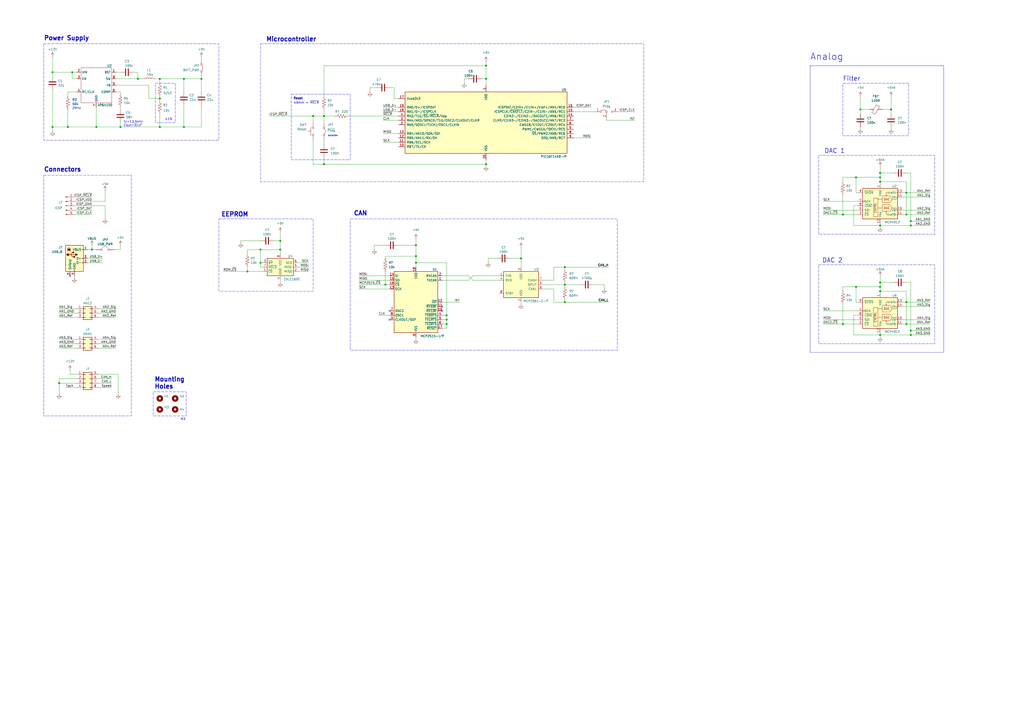
<source format=kicad_sch>
(kicad_sch (version 20250114) (generator "eeschema") (generator_version "9.0")
  (paper "A2")
  (rectangle (start 488.95 48.26) (end 527.05 78.74) (stroke (width 0) (type dash)))
  (rectangle (start 25.4 25.4) (end 127 81.28) (stroke (width 0) (type dash)))
  (rectangle (start 127 127) (end 181.61 168.91) (stroke (width 0) (type dash)))
  (rectangle (start 88.9 227.33) (end 107.95 241.3) (stroke (width 0) (type dash)))
  (rectangle (start 90.17 48.26) (end 101.6 71.12) (stroke (width 0) (type dash)))
  (rectangle (start 168.91 54.61) (end 203.2 92.71) (stroke (width 0) (type dash)))
  (rectangle (start 474.98 153.67) (end 542.29 199.39) (stroke (width 0) (type dash)))
  (rectangle (start 203.2 127) (end 358.14 203.2) (stroke (width 0) (type dash)))
  (rectangle (start 25.4 101.6) (end 76.2 241.3) (stroke (width 0) (type dash)))
  (rectangle (start 474.98 90.17) (end 542.29 135.89) (stroke (width 0) (type dash)))
  (rectangle (start 151.13 25.4) (end 373.38 105.41) (stroke (width 0) (type dash)))
  (rectangle (start 469.9 38.1) (end 547.37 204.47))
  (text "Connectors" (at 25.4 98.425 0) (effects (font (size 2.54 2.54) (thickness 0.508) (bold yes)) (justify left)))
  (text "Power Supply" (at 25.4 22.225 0) (effects (font (size 2.54 2.54) (thickness 0.508) (bold yes)) (justify left)))
  (text "CAN" (at 205.105 123.825 0) (effects (font (size 2.54 2.54) (thickness 0.508) (bold yes)) (justify left)))
  (text "2MHz\n" (at 44.45 62.865 0) (effects (font (size 1.27 1.27))))
  (text "±1%" (at 97.79 69.215 0) (effects (font (size 1.27 1.27))))
  (text "Reset" (at 170.18 57.15 0) (effects (font (size 1.27 1.27) (thickness 0.254) (bold yes)) (justify left)))
  (text "fc=13.5kHz\nCout=31uF" (at 71.755 71.755 0) (effects (font (size 1.27 1.27)) (justify left)))
  (text "Mounting\nHoles" (at 89.535 222.25 0) (effects (font (size 2.54 2.54) (thickness 0.508) (bold yes)) (justify left)))
  (text "Filter\n" (at 494.03 45.72 0) (effects (font (size 2.54 2.54) (thickness 0.254) (bold yes))))
  (text "M3\n" (at 104.775 243.205 0) (effects (font (size 1.27 1.27)) (justify left)))
  (text "EEPROM" (at 128.27 124.46 0) (effects (font (size 2.54 2.54) (thickness 0.508) (bold yes)) (justify left)))
  (text "≤6mm ↔ ~{MCLR}" (at 170.18 59.69 0) (effects (font (size 1.27 1.27)) (justify left)))
  (text "DAC 1" (at 478.155 87.63 0) (effects (font (size 2.54 2.54) (thickness 0.254) (bold yes)) (justify left)))
  (text "Microcontroller" (at 154.305 22.86 0) (effects (font (size 2.54 2.54) (thickness 0.508) (bold yes)) (justify left)))
  (text "Analog" (at 469.9 33.02 0) (effects (font (size 3.81 3.81) (thickness 0.254) (bold yes)) (justify left)))
  (text "Isolation" (at 193.04 78.74 0) (effects (font (size 0.889 0.889))))
  (text "DAC 2" (at 476.885 151.13 0) (effects (font (size 2.54 2.54) (thickness 0.254) (bold yes)) (justify left)))
  (junction (at 510.54 166.37))
  (junction (at 106.68 45.72))
  (junction (at 510.54 168.91))
  (junction (at 162.56 144.78))
  (junction (at 510.54 100.33))
  (junction (at 55.88 73.66))
  (junction (at 39.37 73.66))
  (junction (at 528.32 130.81))
  (junction (at 106.68 73.66))
  (junction (at 259.08 185.42))
  (junction (at 499.11 63.5))
  (junction (at 34.29 222.25))
  (junction (at 496.57 166.37))
  (junction (at 162.56 139.7))
  (junction (at 525.78 111.76))
  (junction (at 488.95 187.96))
  (junction (at 92.71 73.66))
  (junction (at 281.94 38.1))
  (junction (at 116.84 45.72))
  (junction (at 259.08 182.88))
  (junction (at 327.66 165.1))
  (junction (at 281.94 45.72))
  (junction (at 53.34 144.78))
  (junction (at 488.95 124.46))
  (junction (at 510.54 130.81))
  (junction (at 281.94 95.25))
  (junction (at 30.48 41.91))
  (junction (at 241.3 142.24))
  (junction (at 516.89 63.5))
  (junction (at 80.01 45.72))
  (junction (at 187.96 67.31))
  (junction (at 510.54 102.87))
  (junction (at 525.78 124.46))
  (junction (at 510.54 194.31))
  (junction (at 92.71 57.15))
  (junction (at 528.32 191.77))
  (junction (at 525.78 175.26))
  (junction (at 30.48 73.66))
  (junction (at 92.71 45.72))
  (junction (at 241.3 152.4))
  (junction (at 327.66 175.26))
  (junction (at 302.26 149.86))
  (junction (at 327.66 154.94))
  (junction (at 151.13 152.4))
  (junction (at 41.91 41.91))
  (junction (at 510.54 163.83))
  (junction (at 143.51 157.48))
  (junction (at 241.3 148.59))
  (junction (at 496.57 102.87))
  (junction (at 223.52 165.1))
  (junction (at 151.13 144.78))
  (junction (at 528.32 194.31))
  (junction (at 510.54 105.41))
  (junction (at 69.85 73.66))
  (junction (at 525.78 187.96))
  (junction (at 187.96 95.25))
  (junction (at 181.61 67.31))
  (junction (at 259.08 187.96))
  (junction (at 528.32 128.27))
  (no_connect (at 40.64 160.02))
  (no_connect (at 256.54 177.8))
  (no_connect (at 226.06 185.42))
  (no_connect (at 226.06 180.34))
  (no_connect (at 256.54 180.34))
  (wire (pts (xy 256.54 162.56) (xy 271.78 162.56)))
  (wire (pts (xy 187.96 95.25) (xy 187.96 91.44)))
  (wire (pts (xy 241.3 142.24) (xy 241.3 148.59)))
  (wire (pts (xy 44.45 222.25) (xy 34.29 222.25)))
  (wire (pts (xy 57.15 219.71) (xy 64.77 219.71)))
  (wire (pts (xy 106.68 45.72) (xy 116.84 45.72)))
  (wire (pts (xy 495.3 182.88) (xy 497.84 182.88)))
  (wire (pts (xy 259.08 187.96) (xy 259.08 185.42)))
  (wire (pts (xy 495.3 119.38) (xy 497.84 119.38)))
  (wire (pts (xy 187.96 38.1) (xy 281.94 38.1)))
  (wire (pts (xy 256.54 187.96) (xy 259.08 187.96)))
  (wire (pts (xy 44.45 41.91) (xy 41.91 41.91)))
  (wire (pts (xy 332.74 80.01) (xy 342.9 80.01)))
  (wire (pts (xy 53.34 142.24) (xy 53.34 144.78)))
  (wire (pts (xy 510.54 168.91) (xy 510.54 170.18)))
  (wire (pts (xy 241.3 195.58) (xy 241.3 196.85)))
  (wire (pts (xy 60.96 116.84) (xy 60.96 110.49)))
  (wire (pts (xy 67.31 53.34) (xy 69.85 53.34)))
  (wire (pts (xy 80.01 45.72) (xy 82.55 45.72)))
  (wire (pts (xy 523.24 114.3) (xy 539.75 114.3)))
  (wire (pts (xy 50.8 149.86) (xy 59.69 149.86)))
  (wire (pts (xy 152.4 152.4) (xy 151.13 152.4)))
  (wire (pts (xy 288.29 149.86) (xy 283.21 149.86)))
  (wire (pts (xy 496.57 175.26) (xy 496.57 166.37)))
  (wire (pts (xy 321.31 175.26) (xy 321.31 167.64)))
  (wire (pts (xy 525.78 124.46) (xy 539.75 124.46)))
  (wire (pts (xy 488.95 187.96) (xy 497.84 187.96)))
  (wire (pts (xy 528.32 128.27) (xy 539.75 128.27)))
  (wire (pts (xy 143.51 144.78) (xy 151.13 144.78)))
  (wire (pts (xy 92.71 73.66) (xy 106.68 73.66)))
  (wire (pts (xy 187.96 38.1) (xy 187.96 55.88)))
  (wire (pts (xy 351.79 69.85) (xy 368.3 69.85)))
  (wire (pts (xy 523.24 124.46) (xy 525.78 124.46)))
  (wire (pts (xy 44.45 53.34) (xy 39.37 53.34)))
  (wire (pts (xy 477.52 180.34) (xy 497.84 180.34)))
  (wire (pts (xy 510.54 193.04) (xy 510.54 194.31)))
  (wire (pts (xy 516.89 66.04) (xy 516.89 63.5)))
  (wire (pts (xy 259.08 185.42) (xy 259.08 182.88)))
  (wire (pts (xy 510.54 194.31) (xy 510.54 195.58)))
  (wire (pts (xy 525.78 168.91) (xy 510.54 168.91)))
  (wire (pts (xy 69.85 53.34) (xy 69.85 54.61)))
  (wire (pts (xy 66.04 144.78) (xy 69.85 144.78)))
  (wire (pts (xy 223.52 165.1) (xy 223.52 157.48)))
  (wire (pts (xy 34.29 222.25) (xy 34.29 228.6)))
  (wire (pts (xy 44.45 219.71) (xy 34.29 219.71)))
  (wire (pts (xy 344.17 165.1) (xy 350.52 165.1)))
  (wire (pts (xy 495.3 130.81) (xy 510.54 130.81)))
  (wire (pts (xy 34.29 184.15) (xy 44.45 184.15)))
  (wire (pts (xy 528.32 130.81) (xy 510.54 130.81)))
  (wire (pts (xy 208.28 165.1) (xy 223.52 165.1)))
  (wire (pts (xy 528.32 128.27) (xy 528.32 130.81)))
  (wire (pts (xy 497.84 111.76) (xy 496.57 111.76)))
  (wire (pts (xy 30.48 41.91) (xy 30.48 44.45)))
  (wire (pts (xy 208.28 160.02) (xy 226.06 160.02)))
  (wire (pts (xy 525.78 105.41) (xy 525.78 111.76)))
  (wire (pts (xy 496.57 102.87) (xy 510.54 102.87)))
  (wire (pts (xy 57.15 196.85) (xy 67.31 196.85)))
  (wire (pts (xy 496.57 111.76) (xy 496.57 102.87)))
  (wire (pts (xy 525.78 168.91) (xy 525.78 175.26)))
  (wire (pts (xy 222.25 64.77) (xy 231.14 64.77)))
  (wire (pts (xy 219.71 182.88) (xy 226.06 182.88)))
  (wire (pts (xy 327.66 165.1) (xy 327.66 166.37)))
  (wire (pts (xy 477.52 185.42) (xy 497.84 185.42)))
  (wire (pts (xy 321.31 154.94) (xy 321.31 162.56)))
  (wire (pts (xy 39.37 53.34) (xy 39.37 55.88)))
  (wire (pts (xy 499.11 63.5) (xy 504.19 63.5)))
  (wire (pts (xy 92.71 66.04) (xy 92.71 73.66)))
  (wire (pts (xy 57.15 217.17) (xy 68.58 217.17)))
  (wire (pts (xy 143.51 147.32) (xy 143.51 144.78)))
  (wire (pts (xy 332.74 62.23) (xy 342.9 62.23)))
  (wire (pts (xy 281.94 45.72) (xy 279.4 45.72)))
  (wire (pts (xy 281.94 49.53) (xy 281.94 45.72)))
  (wire (pts (xy 241.3 148.59) (xy 241.3 152.4)))
  (wire (pts (xy 525.78 175.26) (xy 539.75 175.26)))
  (wire (pts (xy 156.21 67.31) (xy 181.61 67.31)))
  (wire (pts (xy 525.78 111.76) (xy 539.75 111.76)))
  (wire (pts (xy 510.54 163.83) (xy 510.54 166.37)))
  (wire (pts (xy 68.58 217.17) (xy 68.58 228.6)))
  (wire (pts (xy 495.3 130.81) (xy 495.3 119.38)))
  (wire (pts (xy 39.37 63.5) (xy 39.37 73.66)))
  (wire (pts (xy 43.18 114.3) (xy 53.34 114.3)))
  (wire (pts (xy 217.17 142.24) (xy 217.17 144.78)))
  (wire (pts (xy 92.71 45.72) (xy 92.71 48.26)))
  (wire (pts (xy 510.54 160.02) (xy 510.54 163.83)))
  (wire (pts (xy 528.32 191.77) (xy 528.32 194.31)))
  (wire (pts (xy 60.96 119.38) (xy 60.96 127)))
  (wire (pts (xy 231.14 57.15) (xy 228.6 57.15)))
  (wire (pts (xy 528.32 100.33) (xy 528.32 128.27)))
  (wire (pts (xy 151.13 154.94) (xy 151.13 152.4)))
  (wire (pts (xy 525.78 105.41) (xy 510.54 105.41)))
  (wire (pts (xy 528.32 163.83) (xy 528.32 191.77)))
  (wire (pts (xy 151.13 144.78) (xy 162.56 144.78)))
  (wire (pts (xy 327.66 165.1) (xy 336.55 165.1)))
  (wire (pts (xy 143.51 157.48) (xy 143.51 154.94)))
  (wire (pts (xy 222.25 82.55) (xy 231.14 82.55)))
  (wire (pts (xy 516.89 73.66) (xy 516.89 74.93)))
  (wire (pts (xy 525.78 187.96) (xy 539.75 187.96)))
  (wire (pts (xy 162.56 139.7) (xy 162.56 144.78)))
  (wire (pts (xy 172.72 157.48) (xy 179.07 157.48)))
  (wire (pts (xy 106.68 73.66) (xy 116.84 73.66)))
  (wire (pts (xy 327.66 154.94) (xy 353.06 154.94)))
  (wire (pts (xy 228.6 50.8) (xy 226.06 50.8)))
  (wire (pts (xy 327.66 175.26) (xy 353.06 175.26)))
  (wire (pts (xy 116.84 60.96) (xy 116.84 73.66)))
  (wire (pts (xy 55.88 62.23) (xy 55.88 73.66)))
  (wire (pts (xy 332.74 64.77) (xy 345.44 64.77)))
  (wire (pts (xy 295.91 149.86) (xy 302.26 149.86)))
  (wire (pts (xy 34.29 181.61) (xy 44.45 181.61)))
  (wire (pts (xy 41.91 45.72) (xy 41.91 41.91)))
  (wire (pts (xy 223.52 149.86) (xy 223.52 148.59)))
  (wire (pts (xy 228.6 57.15) (xy 228.6 50.8)))
  (wire (pts (xy 327.66 173.99) (xy 327.66 175.26)))
  (wire (pts (xy 214.63 50.8) (xy 214.63 53.34)))
  (wire (pts (xy 30.48 73.66) (xy 30.48 76.2)))
  (wire (pts (xy 488.95 102.87) (xy 496.57 102.87)))
  (wire (pts (xy 314.96 165.1) (xy 327.66 165.1)))
  (wire (pts (xy 44.45 217.17) (xy 40.64 217.17)))
  (wire (pts (xy 283.21 149.86) (xy 283.21 152.4)))
  (wire (pts (xy 528.32 194.31) (xy 539.75 194.31)))
  (wire (pts (xy 181.61 67.31) (xy 181.61 71.12)))
  (wire (pts (xy 92.71 57.15) (xy 86.36 57.15)))
  (wire (pts (xy 259.08 152.4) (xy 259.08 182.88)))
  (wire (pts (xy 38.1 224.79) (xy 44.45 224.79)))
  (wire (pts (xy 92.71 45.72) (xy 106.68 45.72)))
  (wire (pts (xy 57.15 222.25) (xy 64.77 222.25)))
  (wire (pts (xy 187.96 81.28) (xy 187.96 83.82)))
  (wire (pts (xy 259.08 152.4) (xy 241.3 152.4)))
  (wire (pts (xy 86.36 49.53) (xy 67.31 49.53)))
  (wire (pts (xy 510.54 105.41) (xy 510.54 106.68)))
  (wire (pts (xy 57.15 224.79) (xy 64.77 224.79)))
  (wire (pts (xy 40.64 217.17) (xy 40.64 214.63)))
  (wire (pts (xy 226.06 165.1) (xy 223.52 165.1)))
  (wire (pts (xy 30.48 33.02) (xy 30.48 41.91)))
  (wire (pts (xy 34.29 201.93) (xy 44.45 201.93)))
  (wire (pts (xy 181.61 67.31) (xy 187.96 67.31)))
  (wire (pts (xy 528.32 194.31) (xy 510.54 194.31)))
  (wire (pts (xy 223.52 148.59) (xy 241.3 148.59)))
  (wire (pts (xy 34.29 196.85) (xy 44.45 196.85)))
  (wire (pts (xy 92.71 57.15) (xy 92.71 58.42)))
  (wire (pts (xy 525.78 175.26) (xy 525.78 187.96)))
  (wire (pts (xy 510.54 96.52) (xy 510.54 100.33)))
  (wire (pts (xy 50.8 144.78) (xy 53.34 144.78)))
  (wire (pts (xy 256.54 190.5) (xy 259.08 190.5)))
  (wire (pts (xy 129.54 157.48) (xy 143.51 157.48)))
  (wire (pts (xy 321.31 167.64) (xy 314.96 167.64)))
  (wire (pts (xy 528.32 130.81) (xy 539.75 130.81)))
  (wire (pts (xy 495.3 194.31) (xy 510.54 194.31)))
  (wire (pts (xy 218.44 50.8) (xy 214.63 50.8)))
  (wire (pts (xy 281.94 95.25) (xy 281.94 96.52)))
  (wire (pts (xy 358.14 64.77) (xy 368.3 64.77)))
  (wire (pts (xy 499.11 55.88) (xy 499.11 63.5)))
  (wire (pts (xy 55.88 73.66) (xy 39.37 73.66)))
  (wire (pts (xy 510.54 100.33) (xy 518.16 100.33)))
  (wire (pts (xy 516.89 55.88) (xy 516.89 63.5)))
  (wire (pts (xy 528.32 191.77) (xy 539.75 191.77)))
  (wire (pts (xy 510.54 166.37) (xy 510.54 168.91)))
  (wire (pts (xy 222.25 62.23) (xy 231.14 62.23)))
  (wire (pts (xy 488.95 168.91) (xy 488.95 166.37)))
  (wire (pts (xy 57.15 181.61) (xy 67.31 181.61)))
  (wire (pts (xy 201.93 67.31) (xy 231.14 67.31)))
  (wire (pts (xy 106.68 45.72) (xy 106.68 53.34)))
  (wire (pts (xy 523.24 175.26) (xy 525.78 175.26)))
  (wire (pts (xy 181.61 81.28) (xy 181.61 95.25)))
  (wire (pts (xy 92.71 73.66) (xy 69.85 73.66)))
  (wire (pts (xy 488.95 166.37) (xy 496.57 166.37)))
  (wire (pts (xy 488.95 124.46) (xy 497.84 124.46)))
  (wire (pts (xy 69.85 62.23) (xy 69.85 63.5)))
  (wire (pts (xy 172.72 154.94) (xy 179.07 154.94)))
  (wire (pts (xy 510.54 102.87) (xy 510.54 105.41)))
  (wire (pts (xy 57.15 179.07) (xy 67.31 179.07)))
  (wire (pts (xy 44.45 45.72) (xy 41.91 45.72)))
  (wire (pts (xy 496.57 166.37) (xy 510.54 166.37)))
  (wire (pts (xy 77.47 41.91) (xy 80.01 41.91)))
  (wire (pts (xy 274.32 160.02) (xy 271.78 162.56)))
  (wire (pts (xy 90.17 45.72) (xy 92.71 45.72)))
  (wire (pts (xy 327.66 163.83) (xy 327.66 165.1)))
  (wire (pts (xy 523.24 121.92) (xy 539.75 121.92)))
  (wire (pts (xy 488.95 113.03) (xy 488.95 124.46)))
  (wire (pts (xy 269.24 45.72) (xy 271.78 45.72)))
  (wire (pts (xy 523.24 177.8) (xy 539.75 177.8)))
  (wire (pts (xy 162.56 162.56) (xy 162.56 163.83)))
  (wire (pts (xy 256.54 182.88) (xy 259.08 182.88)))
  (wire (pts (xy 162.56 144.78) (xy 162.56 147.32)))
  (wire (pts (xy 151.13 144.78) (xy 151.13 152.4)))
  (wire (pts (xy 57.15 201.93) (xy 67.31 201.93)))
  (wire (pts (xy 510.54 130.81) (xy 510.54 132.08)))
  (wire (pts (xy 57.15 199.39) (xy 67.31 199.39)))
  (wire (pts (xy 34.29 179.07) (xy 44.45 179.07)))
  (wire (pts (xy 92.71 55.88) (xy 92.71 57.15)))
  (wire (pts (xy 281.94 92.71) (xy 281.94 95.25)))
  (wire (pts (xy 116.84 45.72) (xy 116.84 53.34)))
  (wire (pts (xy 477.52 187.96) (xy 488.95 187.96)))
  (wire (pts (xy 67.31 45.72) (xy 80.01 45.72)))
  (wire (pts (xy 495.3 194.31) (xy 495.3 182.88)))
  (wire (pts (xy 34.29 219.71) (xy 34.29 222.25)))
  (wire (pts (xy 80.01 41.91) (xy 80.01 45.72)))
  (wire (pts (xy 208.28 167.64) (xy 226.06 167.64)))
  (wire (pts (xy 69.85 73.66) (xy 55.88 73.66)))
  (wire (pts (xy 158.75 139.7) (xy 162.56 139.7)))
  (wire (pts (xy 67.31 41.91) (xy 69.85 41.91)))
  (wire (pts (xy 162.56 134.62) (xy 162.56 139.7)))
  (wire (pts (xy 187.96 95.25) (xy 281.94 95.25)))
  (wire (pts (xy 69.85 71.12) (xy 69.85 73.66)))
  (wire (pts (xy 525.78 100.33) (xy 528.32 100.33)))
  (wire (pts (xy 223.52 142.24) (xy 217.17 142.24)))
  (wire (pts (xy 327.66 154.94) (xy 321.31 154.94)))
  (wire (pts (xy 327.66 175.26) (xy 321.31 175.26)))
  (wire (pts (xy 241.3 138.43) (xy 241.3 142.24)))
  (wire (pts (xy 510.54 100.33) (xy 510.54 102.87)))
  (wire (pts (xy 43.18 116.84) (xy 60.96 116.84)))
  (wire (pts (xy 187.96 67.31) (xy 194.31 67.31)))
  (wire (pts (xy 523.24 111.76) (xy 525.78 111.76)))
  (wire (pts (xy 50.8 152.4) (xy 59.69 152.4)))
  (wire (pts (xy 57.15 184.15) (xy 67.31 184.15)))
  (wire (pts (xy 30.48 52.07) (xy 30.48 73.66)))
  (wire (pts (xy 43.18 119.38) (xy 60.96 119.38)))
  (wire (pts (xy 187.96 67.31) (xy 187.96 71.12)))
  (wire (pts (xy 499.11 73.66) (xy 499.11 74.93)))
  (wire (pts (xy 241.3 152.4) (xy 241.3 154.94)))
  (wire (pts (xy 222.25 77.47) (xy 231.14 77.47)))
  (wire (pts (xy 181.61 95.25) (xy 187.96 95.25)))
  (wire (pts (xy 172.72 152.4) (xy 179.07 152.4)))
  (wire (pts (xy 321.31 162.56) (xy 314.96 162.56)))
  (wire (pts (xy 106.68 60.96) (xy 106.68 73.66)))
  (wire (pts (xy 116.84 44.45) (xy 116.84 45.72)))
  (wire (pts (xy 41.91 41.91) (xy 30.48 41.91)))
  (wire (pts (xy 43.18 124.46) (xy 53.34 124.46)))
  (wire (pts (xy 523.24 185.42) (xy 539.75 185.42)))
  (wire (pts (xy 43.18 160.02) (xy 43.18 161.29)))
  (wire (pts (xy 152.4 154.94) (xy 151.13 154.94)))
  (wire (pts (xy 231.14 142.24) (xy 241.3 142.24)))
  (wire (pts (xy 516.89 63.5) (xy 511.81 63.5)))
  (wire (pts (xy 256.54 160.02) (xy 271.78 160.02)))
  (wire (pts (xy 488.95 105.41) (xy 488.95 102.87)))
  (wire (pts (xy 488.95 176.53) (xy 488.95 187.96)))
  (wire (pts (xy 269.24 48.26) (xy 269.24 45.72)))
  (wire (pts (xy 327.66 156.21) (xy 327.66 154.94)))
  (wire (pts (xy 499.11 63.5) (xy 499.11 66.04)))
  (wire (pts (xy 302.26 175.26) (xy 302.26 176.53)))
  (wire (pts (xy 523.24 187.96) (xy 525.78 187.96)))
  (wire (pts (xy 34.29 199.39) (xy 44.45 199.39)))
  (wire (pts (xy 350.52 165.1) (xy 350.52 167.64)))
  (wire (pts (xy 477.52 124.46) (xy 488.95 124.46)))
  (wire (pts (xy 139.7 139.7) (xy 139.7 140.97)))
  (wire (pts (xy 86.36 57.15) (xy 86.36 49.53)))
  (wire (pts (xy 139.7 139.7) (xy 151.13 139.7)))
  (wire (pts (xy 497.84 175.26) (xy 496.57 175.26)))
  (wire (pts (xy 351.79 68.58) (xy 351.79 69.85)))
  (wire (pts (xy 281.94 38.1) (xy 281.94 45.72)))
  (wire (pts (xy 302.26 143.51) (xy 302.26 149.86)))
  (wire (pts (xy 152.4 157.48) (xy 143.51 157.48)))
  (wire (pts (xy 259.08 190.5) (xy 259.08 187.96)))
  (wire (pts (xy 39.37 73.66) (xy 30.48 73.66)))
  (wire (pts (xy 525.78 163.83) (xy 528.32 163.83)))
  (wire (pts (xy 510.54 163.83) (xy 518.16 163.83)))
  (wire (pts (xy 53.34 144.78) (xy 55.88 144.78)))
  (wire (pts (xy 116.84 33.02) (xy 116.84 34.29)))
  (wire (pts (xy 477.52 121.92) (xy 497.84 121.92)))
  (wire (pts (xy 281.94 35.56) (xy 281.94 38.1)))
  (wire (pts (xy 256.54 175.26) (xy 266.7 175.26)))
  (wire (pts (xy 256.54 185.42) (xy 259.08 185.42)))
  (wire (pts (xy 510.54 129.54) (xy 510.54 130.81)))
  (wire (pts (xy 274.32 162.56) (xy 289.56 162.56)))
  (wire (pts (xy 477.52 116.84) (xy 497.84 116.84)))
  (wire (pts (xy 208.28 162.56) (xy 226.06 162.56)))
  (wire (pts (xy 274.32 160.02) (xy 289.56 160.02)))
  (wire (pts (xy 69.85 144.78) (xy 69.85 142.24)))
  (wire (pts (xy 271.78 160.02) (xy 274.32 162.56)))
  (wire (pts (xy 222.25 69.85) (xy 231.14 69.85)))
  (wire (pts (xy 525.78 111.76) (xy 525.78 124.46)))
  (wire (pts (xy 187.96 63.5) (xy 187.96 67.31)))
  (wire (pts (xy 43.18 121.92) (xy 53.34 121.92)))
  (wire (pts (xy 302.26 149.86) (xy 302.26 154.94)))
  (label "DAC1_~{CS}" (at 477.52 124.46 0))
  (label "CAN_H" (at 353.06 154.94 180) (effects (font (thickness 0.254) (bold yes))))
  (label "AN4_GND" (at 67.31 199.39 180) (effects (font (thickness 0.1588))))
  (label "SCK" (at 179.07 152.4 180) (effects (font (thickness 0.1588))))
  (label "Speed" (at 64.77 224.79 180) (effects (font (thickness 0.1588))))
  (label "CLK" (at 222.25 69.85 0))
  (label "MOSI" (at 342.9 80.01 180) (effects (font (thickness 0.1588))))
  (label "AN4_Ref" (at 539.75 187.96 180))
  (label "ICSP_DAT" (at 342.9 62.23 180))
  (label "CAN_L" (at 64.77 222.25 180))
  (label "AN3_Ref" (at 539.75 175.26 180))
  (label "ROM_~{CS}" (at 129.54 157.48 0) (effects (font (thickness 0.1588))))
  (label "AN2_GND" (at 539.75 130.81 180) (effects (font (thickness 0.1588))))
  (label "MOSI" (at 208.28 160.02 0) (effects (font (thickness 0.1588))))
  (label "AN3_Sig" (at 34.29 196.85 0) (effects (font (thickness 0.1588))))
  (label "AN2_Ref" (at 67.31 184.15 180) (effects (font (thickness 0.1588))))
  (label "AN3_GND" (at 539.75 194.31 180) (effects (font (thickness 0.1588))))
  (label "AN1_Sig" (at 539.75 114.3 180))
  (label "AN2_GND" (at 67.31 181.61 180) (effects (font (thickness 0.1588))))
  (label "INT" (at 368.3 69.85 180))
  (label "CLK" (at 219.71 182.88 0))
  (label "MISO" (at 179.07 157.48 180) (effects (font (thickness 0.1588))))
  (label "INT" (at 266.7 175.26 180) (effects (font (thickness 0.1588))))
  (label "MOSI" (at 179.07 154.94 180) (effects (font (thickness 0.1588))))
  (label "ICSP_CLK" (at 53.34 124.46 180))
  (label "AN2_Sig" (at 67.31 179.07 180) (effects (font (thickness 0.1588))))
  (label "SCK" (at 222.25 82.55 0) (effects (font (thickness 0.1588))))
  (label "Tach" (at 38.1 224.79 0) (effects (font (thickness 0.1588))))
  (label "MCP2515_~{CS}" (at 208.28 165.1 0) (effects (font (thickness 0.1588))))
  (label "AN1_Ref" (at 34.29 184.15 0) (effects (font (thickness 0.1588))))
  (label "ICSP_CLK" (at 368.3 64.77 180))
  (label "USB_D+" (at 222.25 62.23 0))
  (label "SCK" (at 477.52 180.34 0) (effects (font (thickness 0.1588))))
  (label "AN1_Ref" (at 539.75 111.76 180))
  (label "AN4_Ref" (at 67.31 201.93 180) (effects (font (thickness 0.1588))))
  (label "AN1_Sig" (at 34.29 179.07 0) (effects (font (thickness 0.1588))))
  (label "AN1_GND" (at 34.29 181.61 0) (effects (font (thickness 0.1588))))
  (label "USB_D-" (at 222.25 64.77 0))
  (label "AN4_Sig" (at 67.31 196.85 180) (effects (font (thickness 0.1588))))
  (label "MOSI" (at 477.52 121.92 0))
  (label "AN4_Sig" (at 539.75 185.42 180))
  (label "MISO" (at 208.28 162.56 0) (effects (font (thickness 0.1588))))
  (label "~{MCLR}" (at 222.25 67.31 0))
  (label "AN2_Ref" (at 539.75 124.46 180))
  (label "AN3_GND" (at 539.75 191.77 180) (effects (font (thickness 0.1588))))
  (label "AN3_Sig" (at 539.75 177.8 180))
  (label "USB_D-" (at 59.69 152.4 180))
  (label "ICSP_VDD" (at 53.34 116.84 180))
  (label "AN2_Sig" (at 539.75 121.92 180))
  (label "USB_D+" (at 59.69 149.86 180))
  (label "SCK" (at 208.28 167.64 0) (effects (font (thickness 0.1588))))
  (label "ICSP_GND" (at 53.34 119.38 180))
  (label "ICSP_DAT" (at 53.34 121.92 180))
  (label "ICSP_~{MCLR}" (at 53.34 114.3 180))
  (label "MISO" (at 222.25 77.47 0) (effects (font (thickness 0.1588))))
  (label "AN3_GND" (at 34.29 199.39 0) (effects (font (thickness 0.1588))))
  (label "ICSP_~{MCLR}" (at 156.21 67.31 0))
  (label "MOSI" (at 477.52 185.42 0))
  (label "AN1_GND" (at 539.75 128.27 180) (effects (font (thickness 0.1588))))
  (label "CAN_L" (at 353.06 175.26 180) (effects (font (thickness 0.254) (bold yes))))
  (label "SCK" (at 477.52 116.84 0) (effects (font (thickness 0.1588))))
  (label "DAC2_~{CS}" (at 477.52 187.96 0))
  (label "CAN_H" (at 64.77 219.71 180) (effects (font (thickness 0.1588))))
  (label "AN3_Ref" (at 34.29 201.93 0) (effects (font (thickness 0.1588))))
  (symbol (lib_id "power:GND") (at 241.3 196.85 0) (unit 1)
    (property "Reference" "#PWR028" (effects (hide yes)))
    (property "Value" "GND" (effects (hide yes)))
    (property "Description" "Power symbol creates a global label with name \"GND\" , ground" (effects (hide yes)))
  )
  (symbol (lib_id "Connector:USB_B") (at 43.18 149.86 0) (unit 1)
    (property "Reference" "J?" (at 36.195 143.51 0) (effects (justify right)))
    (property "Value" "USB_B" (at 36.195 146.05 0) (effects (justify right)))
    (property "Description" "USB Type B connector" (effects (hide yes)))
  )
  (symbol (lib_id "Device:C") (at 340.36 165.1 90) (unit 1)
    (property "Reference" "C?" (at 340.36 158.75 90))
    (property "Value" "4700p" (at 340.36 161.29 90))
    (property "Description" "Unpolarized capacitor" (effects (hide yes)))
  )
  (symbol (lib_id "Jumper:Jumper_2_Bridged") (at 116.84 39.37 270) (mirror x) (unit 1)
    (property "Reference" "JP?" (at 115.57 38.0999 90) (effects (justify right)))
    (property "Value" "BATT_PWR" (at 115.57 40.6399 90) (effects (justify right)))
    (property "Description" "Jumper, 2-pole, closed/bridged" (effects (hide yes)))
  )
  (symbol (lib_id "power:+12V") (at 40.64 214.63 0) (unit 1)
    (property "Reference" "#PWR029" (effects (hide yes)))
    (property "Value" "+12V" (at 40.64 209.55 0))
    (property "Description" "Power symbol creates a global label with name \"+12V\"" (effects (hide yes)))
  )
  (symbol (lib_id "power:GND") (at 68.58 228.6 0) (unit 1)
    (property "Reference" "#PWR033" (effects (hide yes)))
    (property "Value" "GND" (effects (hide yes)))
    (property "Description" "Power symbol creates a global label with name \"GND\" , ground" (effects (hide yes)))
  )
  (symbol (lib_id "Connector_Generic:Conn_02x03_Top_Bottom") (at 49.53 199.39 0) (unit 1)
    (property "Reference" "J?" (at 50.8 191.135 0))
    (property "Value" "AN34" (at 50.8 193.675 0))
    (property "Footprint" "Connector_Molex:Molex_Mini-Fit_Jr_5569-06A2_2x03_P4.20mm_Horizontal" (effects (hide yes)))
    (property "Datasheet" "https://www.molex.com/en-us/products/part-detail/39301060?display=pdf" (effects (hide yes)))
    (property "Description" "Generic connector, double row, 02x03, top/bottom pin numbering scheme (row 1: 1...pins_per_row, row2: pins_per_row+1 ... num_pins), script generated (kicad-library-utils/schlib/autogen/connector/)" (effects (hide yes)))
  )
  (symbol (lib_id "Device:C") (at 154.94 139.7 90) (unit 1)
    (property "Reference" "C?" (at 154.94 133.35 90))
    (property "Value" "100n" (at 154.94 135.89 90))
    (property "Description" "Unpolarized capacitor" (effects (hide yes)))
  )
  (symbol (lib_id "Jumper:Jumper_2_Bridged") (at 187.96 76.2 270) (mirror x) (unit 1)
    (property "Reference" "JP?" (at 189.865 72.39 90) (effects (justify left)))
    (property "Value" "~{Prog}" (at 189.865 75.565 90) (effects (justify left)))
    (property "Description" "Jumper, 2-pole, closed/bridged" (effects (hide yes)))
  )
  (symbol (lib_id "Device:C") (at 292.1 149.86 90) (unit 1)
    (property "Reference" "C?" (at 292.1 143.51 90))
    (property "Value" "100n" (at 292.1 146.05 90))
    (property "Description" "Unpolarized capacitor" (effects (hide yes)))
  )
  (symbol (lib_id "Device:C") (at 106.68 57.15 180) (unit 1)
    (property "Reference" "C2" (at 111.125 55.245 0))
    (property "Value" "22u" (at 111.76 57.785 0))
    (property "Description" "Unpolarized capacitor" (effects (hide yes)))
  )
  (symbol (lib_id "Device:C") (at 30.48 48.26 0) (unit 1)
    (property "Reference" "C1" (at 34.925 46.99 0))
    (property "Value" "22u" (at 35.56 49.53 0))
    (property "Description" "Unpolarized capacitor" (effects (hide yes)))
  )
  (symbol (lib_id "Memory_EEPROM:25LCxxx") (at 162.56 154.94 0) (unit 1)
    (property "Reference" "U4" (at 167.005 148.59 0) (effects (justify left)))
    (property "Value" "25LC160C" (at 164.465 161.925 0) (effects (justify left)))
    (property "Datasheet" "http://ww1.microchip.com/downloads/en/DeviceDoc/21832H.pdf" (effects (hide yes)))
    (property "Description" "SPI Serial EEPROM, DIP-8/SOIC-8/TSSOP-8" (effects (hide yes)))
  )
  (symbol (lib_id "Jumper:Jumper_3_Bridged12") (at 351.79 64.77 0) (unit 1) (in_bom no)
    (property "Reference" "JP?" (at 351.79 59.055 0))
    (property "Value" "Prog" (at 351.79 61.595 0))
    (property "Description" "Jumper, 3-pole, pins 1+2 closed/bridged" (effects (hide yes)))
  )
  (symbol (lib_id "power:GND") (at 510.54 132.08 0) (unit 1)
    (property "Reference" "#PWR017" (effects (hide yes)))
    (property "Value" "GND" (effects (hide yes)))
    (property "Description" "Power symbol creates a global label with name \"GND\" , ground" (effects (hide yes)))
  )
  (symbol (lib_id "power:GND") (at 510.54 195.58 0) (unit 1)
    (property "Reference" "#PWR019" (effects (hide yes)))
    (property "Value" "GND" (effects (hide yes)))
    (property "Description" "Power symbol creates a global label with name \"GND\" , ground" (effects (hide yes)))
  )
  (symbol (lib_id "power:GND") (at 281.94 96.52 0) (unit 1)
    (property "Reference" "#PWR01" (effects (hide yes)))
    (property "Value" "GND" (effects (hide yes)))
    (property "Description" "Power symbol creates a global label with name \"GND\" , ground" (effects (hide yes)))
  )
  (symbol (lib_id "Device:R_US") (at 223.52 153.67 0) (unit 1)
    (property "Reference" "R?" (at 225.425 152.4 0) (effects (justify left)))
    (property "Value" "10k" (at 225.425 154.94 0) (effects (justify left)))
    (property "Description" "Resistor, US symbol" (effects (hide yes)))
  )
  (symbol (lib_id "Device:R_US") (at 143.51 151.13 0) (unit 1)
    (property "Reference" "R?" (at 145.415 149.86 0) (effects (justify left)))
    (property "Value" "10k" (at 145.415 152.4 0) (effects (justify left)))
    (property "Description" "Resistor, US symbol" (effects (hide yes)))
  )
  (symbol (lib_id "Mechanical:MountingHole") (at 92.71 231.14 0) (unit 1) (exclude_from_sim yes) (in_bom no)
    (property "Reference" "H1" (at 95.25 229.8699 0) (effects (justify left)))
    (property "Value" "MountingHole" (effects (hide yes)))
    (property "Footprint" "MountingHole:MountingHole_3.2mm_M3_DIN965" (effects (hide yes)))
    (property "Description" "Mounting Hole without connection" (effects (hide yes)))
  )
  (symbol (lib_id "Jumper:Jumper_2_Open") (at 60.96 144.78 0) (unit 1)
    (property "Reference" "JP?" (at 60.96 139.065 0))
    (property "Value" "USB_PWR" (at 60.96 141.605 0))
    (property "Description" "Jumper, 2-pole, open" (effects (hide yes)))
  )
  (symbol (lib_id "Device:FerriteBead") (at 508 63.5 90) (unit 1)
    (property "Reference" "FB?" (at 507.9492 55.88 90))
    (property "Value" "120R" (at 507.9492 58.42 90))
    (property "Description" "Ferrite bead" (effects (hide yes)))
  )
  (symbol (lib_id "symbols:AP64100") (at 55.88 49.53 0) (unit 1)
    (property "Reference" "U2" (at 63.5 38.1 0))
    (property "Value" "AP64100" (at 60.96 60.96 0))
    (property "Footprint" "Package_SO:Diodes_SO-8EP" (effects (hide yes)))
    (property "Datasheet" "https://www.diodes.com/assets/Datasheets/AP64100.pdf" (effects (hide yes)))
    (property "Description" "3.8V to40V input, 1A low IQ synchronous buck with adjustable frequency" (effects (hide yes)))
  )
  (symbol (lib_id "Device:C") (at 227.33 142.24 90) (unit 1)
    (property "Reference" "C?" (at 227.33 135.89 90))
    (property "Value" "100n" (at 227.33 138.43 90))
    (property "Description" "Unpolarized capacitor" (effects (hide yes)))
  )
  (symbol (lib_id "Connector_Generic:Conn_02x04_Top_Bottom") (at 49.53 219.71 0) (unit 1)
    (property "Reference" "J?" (at 50.8 213.995 0))
    (property "Value" "Conn_02x04_Top_Bottom" (effects (hide yes)))
    (property "Footprint" "Connector_Molex:Molex_Mini-Fit_Jr_5569-08A2_2x04_P4.20mm_Horizontal" (effects (hide yes)))
    (property "Datasheet" "https://www.molex.com/en-us/products/part-detail/39300080?display=pdf" (effects (hide yes)))
    (property "Description" "Generic connector, double row, 02x04, top/bottom pin numbering scheme (row 1: 1...pins_per_row, row2: pins_per_row+1 ... num_pins), script generated (kicad-library-utils/schlib/autogen/connector/)" (effects (hide yes)))
  )
  (symbol (lib_id "Device:R_US") (at 69.85 58.42 180) (unit 1)
    (property "Reference" "R5" (at 73.025 57.15 0))
    (property "Value" "10k" (at 73.66 59.69 0))
    (property "Description" "Resistor, US symbol" (effects (hide yes)))
  )
  (symbol (lib_id "Device:R_US") (at 39.37 59.69 0) (unit 1)
    (property "Reference" "R3" (at 41.91 57.7849 0) (effects (justify left)))
    (property "Value" "50k" (at 41.91 60.3249 0) (effects (justify left)))
    (property "Description" "Resistor, US symbol" (effects (hide yes)))
  )
  (symbol (lib_id "Device:C") (at 187.96 87.63 0) (unit 1)
    (property "Reference" "C?" (at 191.77 86.3599 0) (effects (justify left)))
    (property "Value" "100n" (at 191.77 88.8999 0) (effects (justify left)))
    (property "Description" "Unpolarized capacitor" (effects (hide yes)))
  )
  (symbol (lib_id "Device:R_US") (at 92.71 62.23 180) (unit 1)
    (property "Reference" "R2" (at 95.885 60.96 0))
    (property "Value" "10k" (at 96.52 64.135 0))
    (property "Description" "Resistor, US symbol" (effects (hide yes)))
  )
  (symbol (lib_id "Interface_CAN_LIN:MCP2515-xSO") (at 241.3 175.26 0) (unit 1)
    (property "Reference" "U1" (at 250.825 156.21 0) (effects (justify left)))
    (property "Value" "MCP2515-I/P" (at 243.84 194.945 0) (effects (justify left)))
    (property "Footprint" "Package_SO:SOIC-18W_7.5x11.6mm_P1.27mm" (effects (hide yes)))
    (property "Datasheet" "http://ww1.microchip.com/downloads/en/DeviceDoc/21801e.pdf" (effects (hide yes)))
    (property "Description" "Stand-Alone CAN Controller with SPI Interface, SOIC-18" (effects (hide yes)))
  )
  (symbol (lib_id "power:+5V") (at 69.85 142.24 0) (unit 1)
    (property "Reference" "#PWR032" (effects (hide yes)))
    (property "Value" "+5V" (at 69.85 137.795 0))
    (property "Description" "Power symbol creates a global label with name \"+5V\"" (effects (hide yes)))
  )
  (symbol (lib_id "Device:C") (at 521.97 163.83 90) (unit 1)
    (property "Reference" "C8" (at 521.97 157.48 90))
    (property "Value" "100n" (at 521.97 160.02 90))
    (property "Description" "Unpolarized capacitor" (effects (hide yes)))
  )
  (symbol (lib_id "power:+5V") (at 116.84 33.02 0) (unit 1)
    (property "Reference" "#PWR06" (effects (hide yes)))
    (property "Value" "+5V" (at 116.84 28.575 0))
    (property "Description" "Power symbol creates a global label with name \"+5V\"" (effects (hide yes)))
  )
  (symbol (lib_id "power:GND") (at 499.11 74.93 0) (unit 1)
    (property "Reference" "#PWR012" (effects (hide yes)))
    (property "Value" "GND" (effects (hide yes)))
    (property "Description" "Power symbol creates a global label with name \"GND\" , ground" (effects (hide yes)))
  )
  (symbol (lib_id "Analog_DAC:MCP4912") (at 510.54 116.84 0) (unit 1)
    (property "Reference" "U?" (at 517.525 107.95 0) (effects (justify left)))
    (property "Value" "MCP4912" (at 513.08 128.905 0) (effects (justify left)))
    (property "Datasheet" "http://ww1.microchip.com/downloads/en/DeviceDoc/22250A.pdf" (effects (hide yes)))
    (property "Description" "2-Channel 10-Bit D/A Converters with SPI Interface" (effects (hide yes)))
  )
  (symbol (lib_id "Device:R_US") (at 198.12 67.31 90) (unit 1)
    (property "Reference" "R?" (at 195.58 64.77 90))
    (property "Value" "220" (at 200.025 64.77 90))
    (property "Description" "Resistor, US symbol" (effects (hide yes)))
  )
  (symbol (lib_id "power:GND") (at 34.29 228.6 0) (unit 1)
    (property "Reference" "#PWR030" (effects (hide yes)))
    (property "Value" "GND" (effects (hide yes)))
    (property "Description" "Power symbol creates a global label with name \"GND\" , ground" (effects (hide yes)))
  )
  (symbol (lib_id "power:GND") (at 43.18 161.29 0) (unit 1)
    (property "Reference" "#PWR08" (effects (hide yes)))
    (property "Value" "GND" (effects (hide yes)))
    (property "Description" "Power symbol creates a global label with name \"GND\" , ground" (effects (hide yes)))
  )
  (symbol (lib_id "power:GND") (at 350.52 167.64 0) (unit 1)
    (property "Reference" "#PWR022" (effects (hide yes)))
    (property "Value" "GND" (effects (hide yes)))
    (property "Description" "Power symbol creates a global label with name \"GND\" , ground" (effects (hide yes)))
  )
  (symbol (lib_id "Device:C") (at 73.66 41.91 270) (unit 1)
    (property "Reference" "C3" (at 73.66 35.56 90))
    (property "Value" "100n" (at 74.93 38.1 90))
    (property "Description" "Unpolarized capacitor" (effects (hide yes)))
  )
  (symbol (lib_id "power:+12V") (at 30.48 33.02 0) (unit 1)
    (property "Reference" "#PWR04" (effects (hide yes)))
    (property "Value" "+12V" (at 30.48 28.575 0))
    (property "Description" "Power symbol creates a global label with name \"+12V\"" (effects (hide yes)))
  )
  (symbol (lib_id "Interface_CAN_LIN:MCP2561-E-P") (at 302.26 165.1 0) (unit 1)
    (property "Reference" "U3" (at 309.88 156.21 0) (effects (justify left)))
    (property "Value" "MCP2561-E-P" (at 303.53 174.625 0) (effects (justify left)))
    (property "Footprint" "Package_DIP:DIP-8_W7.62mm" (effects (hide yes)))
    (property "Datasheet" "http://ww1.microchip.com/downloads/en/DeviceDoc/25167A.pdf" (effects (hide yes)))
    (property "Description" "High-Speed CAN Transceiver, 1Mbps, 5V supply, SPLIT pin, -40C to +125C, DIP-8" (effects (hide yes)))
  )
  (symbol (lib_id "Mechanical:MountingHole") (at 101.6 237.49 0) (unit 1) (exclude_from_sim yes) (in_bom no)
    (property "Reference" "H4" (at 104.14 237.4899 0) (effects (justify left)))
    (property "Value" "MountingHole" (effects (hide yes)))
    (property "Footprint" "MountingHole:MountingHole_3.2mm_M3_DIN965" (effects (hide yes)))
    (property "Description" "Mounting Hole without connection" (effects (hide yes)))
  )
  (symbol (lib_id "Device:C") (at 516.89 69.85 0) (unit 1)
    (property "Reference" "C?" (at 520.7 68.5799 0) (effects (justify left)))
    (property "Value" "100n" (at 520.7 71.1199 0) (effects (justify left)))
    (property "Description" "Unpolarized capacitor" (effects (hide yes)))
  )
  (symbol (lib_id "Device:R_US") (at 187.96 59.69 0) (unit 1)
    (property "Reference" "R?" (at 189.865 58.42 0) (effects (justify left)))
    (property "Value" "10k" (at 189.865 60.96 0) (effects (justify left)))
    (property "Description" "Resistor, US symbol" (effects (hide yes)))
  )
  (symbol (lib_id "power:+5VA") (at 510.54 160.02 0) (mirror y) (unit 1)
    (property "Reference" "#PWR018" (effects (hide yes)))
    (property "Value" "+5VA" (at 510.54 156.21 0))
    (property "Description" "Power symbol creates a global label with name \"+5VA\"" (effects (hide yes)))
  )
  (symbol (lib_id "power:GND") (at 162.56 163.83 0) (unit 1)
    (property "Reference" "#PWR011" (effects (hide yes)))
    (property "Value" "GND" (effects (hide yes)))
    (property "Description" "Power symbol creates a global label with name \"GND\" , ground" (effects (hide yes)))
  )
  (symbol (lib_id "power:GND") (at 269.24 48.26 0) (unit 1)
    (property "Reference" "#PWR03" (effects (hide yes)))
    (property "Value" "GND" (effects (hide yes)))
    (property "Description" "Power symbol creates a global label with name \"GND\" , ground" (effects (hide yes)))
  )
  (symbol (lib_id "power:GND") (at 283.21 152.4 0) (unit 1)
    (property "Reference" "#PWR024" (effects (hide yes)))
    (property "Value" "GND" (effects (hide yes)))
    (property "Description" "Power symbol creates a global label with name \"GND\" , ground" (effects (hide yes)))
  )
  (symbol (lib_id "Device:R_US") (at 327.66 170.18 0) (unit 1)
    (property "Reference" "R?" (at 330.2 168.9099 0) (effects (justify left)))
    (property "Value" "60R4" (at 330.2 171.4499 0) (effects (justify left)))
    (property "Description" "Resistor, US symbol" (effects (hide yes)))
  )
  (symbol (lib_id "Device:C") (at 275.59 45.72 270) (unit 1)
    (property "Reference" "C6" (at 273.05 41.275 90))
    (property "Value" "100n" (at 271.78 43.815 90))
    (property "Description" "Unpolarized capacitor" (effects (hide yes)))
  )
  (symbol (lib_id "power:+5V") (at 162.56 134.62 0) (unit 1)
    (property "Reference" "#PWR020" (effects (hide yes)))
    (property "Value" "+5V" (at 162.56 129.54 0))
    (property "Description" "Power symbol creates a global label with name \"+5V\"" (effects (hide yes)))
  )
  (symbol (lib_id "power:+5V") (at 241.3 138.43 0) (unit 1)
    (property "Reference" "#PWR027" (effects (hide yes)))
    (property "Value" "+5V" (at 241.3 133.35 0))
    (property "Description" "Power symbol creates a global label with name \"+5V\"" (effects (hide yes)))
  )
  (symbol (lib_id "Connector:Conn_01x05_Pin") (at 38.1 119.38 0) (unit 1)
    (property "Reference" "J?" (at 36.195 117.475 0) (effects (justify right)))
    (property "Value" "ICSP" (at 36.195 120.65 0) (effects (justify right)))
    (property "Description" "Generic connector, single row, 01x05, script generated" (effects (hide yes)))
  )
  (symbol (lib_id "power:GND") (at 60.96 127 0) (unit 1)
    (property "Reference" "#PWR09" (effects (hide yes)))
    (property "Value" "GND" (effects (hide yes)))
    (property "Description" "Power symbol creates a global label with name \"GND\" , ground" (effects (hide yes)))
  )
  (symbol (lib_id "Device:C") (at 69.85 67.31 180) (unit 1)
    (property "Reference" "C5" (at 74.295 65.405 0))
    (property "Value" "58n" (at 74.93 67.945 0))
    (property "Description" "Unpolarized capacitor" (effects (hide yes)))
  )
  (symbol (lib_id "power:GND") (at 139.7 140.97 0) (unit 1)
    (property "Reference" "#PWR021" (effects (hide yes)))
    (property "Value" "GND" (effects (hide yes)))
    (property "Description" "Power symbol creates a global label with name \"GND\" , ground" (effects (hide yes)))
  )
  (symbol (lib_id "Mechanical:MountingHole") (at 101.6 231.14 0) (unit 1) (exclude_from_sim yes) (in_bom no)
    (property "Reference" "H2" (at 104.14 229.8699 0) (effects (justify left)))
    (property "Value" "MountingHole" (effects (hide yes)))
    (property "Footprint" "MountingHole:MountingHole_3.2mm_M3_DIN965" (effects (hide yes)))
    (property "Description" "Mounting Hole without connection" (effects (hide yes)))
  )
  (symbol (lib_id "power:+5V") (at 302.26 143.51 0) (unit 1)
    (property "Reference" "#PWR025" (effects (hide yes)))
    (property "Value" "+5V" (at 302.26 138.43 0))
    (property "Description" "Power symbol creates a global label with name \"+5V\"" (effects (hide yes)))
  )
  (symbol (lib_id "power:VBUS") (at 53.34 142.24 0) (unit 1)
    (property "Reference" "#PWR031" (effects (hide yes)))
    (property "Value" "VBUS" (at 53.34 138.43 0))
    (property "Description" "Power symbol creates a global label with name \"VBUS\"" (effects (hide yes)))
  )
  (symbol (lib_id "power:+5VA") (at 510.54 96.52 0) (mirror y) (unit 1)
    (property "Reference" "#PWR016" (effects (hide yes)))
    (property "Value" "+5VA" (at 510.54 92.71 0))
    (property "Description" "Power symbol creates a global label with name \"+5VA\"" (effects (hide yes)))
  )
  (symbol (lib_id "power:GND") (at 217.17 144.78 0) (unit 1)
    (property "Reference" "#PWR026" (effects (hide yes)))
    (property "Value" "GND" (effects (hide yes)))
    (property "Description" "Power symbol creates a global label with name \"GND\" , ground" (effects (hide yes)))
  )
  (symbol (lib_id "power:GND") (at 30.48 76.2 0) (unit 1)
    (property "Reference" "#PWR05" (effects (hide yes)))
    (property "Value" "GND" (effects (hide yes)))
    (property "Description" "Power symbol creates a global label with name \"GND\" , ground" (effects (hide yes)))
  )
  (symbol (lib_id "Mechanical:MountingHole") (at 92.71 237.49 0) (unit 1) (exclude_from_sim yes) (in_bom no)
    (property "Reference" "H3" (at 95.25 236.2199 0) (effects (justify left)))
    (property "Value" "MountingHole" (effects (hide yes)))
    (property "Footprint" "MountingHole:MountingHole_3.2mm_M3_DIN965" (effects (hide yes)))
    (property "Description" "Mounting Hole without connection" (effects (hide yes)))
  )
  (symbol (lib_id "power:+5V") (at 60.96 110.49 0) (unit 1)
    (property "Reference" "#PWR010" (effects (hide yes)))
    (property "Value" "+5V" (at 60.96 106.68 0))
    (property "Description" "Power symbol creates a global label with name \"+5V\"" (effects (hide yes)))
  )
  (symbol (lib_id "Device:C") (at 521.97 100.33 90) (unit 1)
    (property "Reference" "C?" (at 521.97 93.98 90))
    (property "Value" "100n" (at 521.97 96.52 90))
    (property "Description" "Unpolarized capacitor" (effects (hide yes)))
  )
  (symbol (lib_id "Device:C") (at 116.84 57.15 180) (unit 1)
    (property "Reference" "C4" (at 121.285 55.245 0))
    (property "Value" "22u" (at 121.92 57.785 0))
    (property "Description" "Unpolarized capacitor" (effects (hide yes)))
  )
  (symbol (lib_id "power:+5VA") (at 516.89 55.88 0) (unit 1)
    (property "Reference" "#PWR014" (effects (hide yes)))
    (property "Value" "+5VA" (at 516.89 50.8 0))
    (property "Description" "Power symbol creates a global label with name \"+5VA\"" (effects (hide yes)))
  )
  (symbol (lib_id "Analog_DAC:MCP4912") (at 510.54 180.34 0) (unit 1)
    (property "Reference" "U6" (at 517.525 171.45 0) (effects (justify left)))
    (property "Value" "MCP4912" (at 513.08 192.405 0) (effects (justify left)))
    (property "Datasheet" "http://ww1.microchip.com/downloads/en/DeviceDoc/22250A.pdf" (effects (hide yes)))
    (property "Description" "2-Channel 10-Bit D/A Converters with SPI Interface" (effects (hide yes)))
  )
  (symbol (lib_id "Device:R_US") (at 488.95 109.22 0) (unit 1)
    (property "Reference" "R?" (at 490.855 107.95 0) (effects (justify left)))
    (property "Value" "10k" (at 490.855 110.49 0) (effects (justify left)))
    (property "Description" "Resistor, US symbol" (effects (hide yes)))
  )
  (symbol (lib_id "Device:R_US") (at 92.71 52.07 180) (unit 1)
    (property "Reference" "R1" (at 95.885 50.8 0))
    (property "Value" "52k3" (at 97.155 53.975 0))
    (property "Description" "Resistor, US symbol" (effects (hide yes)))
  )
  (symbol (lib_id "power:GND") (at 302.26 176.53 0) (unit 1)
    (property "Reference" "#PWR023" (effects (hide yes)))
    (property "Value" "GND" (effects (hide yes)))
    (property "Description" "Power symbol creates a global label with name \"GND\" , ground" (effects (hide yes)))
  )
  (symbol (lib_id "Connector_Generic:Conn_02x03_Top_Bottom") (at 49.53 181.61 0) (unit 1)
    (property "Reference" "J?" (at 50.8 173.355 0))
    (property "Value" "AN12" (at 50.8 175.895 0))
    (property "Footprint" "Connector_Molex:Molex_Mini-Fit_Jr_5569-06A2_2x03_P4.20mm_Horizontal" (effects (hide yes)))
    (property "Datasheet" "https://www.molex.com/en-us/products/part-detail/39301060?display=pdf" (effects (hide yes)))
    (property "Description" "Generic connector, double row, 02x03, top/bottom pin numbering scheme (row 1: 1...pins_per_row, row2: pins_per_row+1 ... num_pins), script generated (kicad-library-utils/schlib/autogen/connector/)" (effects (hide yes)))
  )
  (symbol (lib_id "Device:C") (at 222.25 50.8 270) (unit 1)
    (property "Reference" "C7" (at 219.71 46.355 90))
    (property "Value" "470n" (at 218.44 48.895 90))
    (property "Description" "Unpolarized capacitor" (effects (hide yes)))
  )
  (symbol (lib_id "Device:C") (at 499.11 69.85 0) (unit 1)
    (property "Reference" "C?" (at 502.92 68.5799 0) (effects (justify left)))
    (property "Value" "100n" (at 502.92 71.1199 0) (effects (justify left)))
    (property "Description" "Unpolarized capacitor" (effects (hide yes)))
  )
  (symbol (lib_id "MCU_Microchip_PIC16:PIC16F1459-IP") (at 281.94 67.31 0) (unit 1)
    (property "Reference" "U5" (at 325.755 52.07 0) (effects (justify left)))
    (property "Value" "PIC16F1459-IP" (at 313.69 90.805 0) (effects (justify left)))
    (property "Datasheet" "http://ww1.microchip.com/downloads/en/DeviceDoc/41639A.pdf" (effects (hide yes)))
    (property "Description" "PIC16F1454, 8192W FLASH, 1024B SRAM, PDIP-20" (effects (hide yes)))
  )
  (symbol (lib_id "power:+5V") (at 499.11 55.88 0) (unit 1)
    (property "Reference" "#PWR013" (effects (hide yes)))
    (property "Value" "+5V" (at 499.11 50.8 0))
    (property "Description" "Power symbol creates a global label with name \"+5V\"" (effects (hide yes)))
  )
  (symbol (lib_id "power:GND") (at 516.89 74.93 0) (unit 1)
    (property "Reference" "#PWR015" (effects (hide yes)))
    (property "Value" "GND" (effects (hide yes)))
    (property "Description" "Power symbol creates a global label with name \"GND\" , ground" (effects (hide yes)))
  )
  (symbol (lib_id "power:+5V") (at 281.94 35.56 0) (unit 1)
    (property "Reference" "#PWR02" (effects (hide yes)))
    (property "Value" "+5V" (at 281.94 30.48 0))
    (property "Description" "Power symbol creates a global label with name \"+5V\"" (effects (hide yes)))
  )
  (symbol (lib_id "Device:R_US") (at 488.95 172.72 0) (unit 1)
    (property "Reference" "R4" (at 490.855 171.45 0) (effects (justify left)))
    (property "Value" "10k" (at 490.855 173.99 0) (effects (justify left)))
    (property "Description" "Resistor, US symbol" (effects (hide yes)))
  )
  (symbol (lib_id "power:GND") (at 214.63 53.34 0) (unit 1)
    (property "Reference" "#PWR07" (effects (hide yes)))
    (property "Value" "GND" (effects (hide yes)))
    (property "Description" "Power symbol creates a global label with name \"GND\" , ground" (effects (hide yes)))
  )
  (symbol (lib_id "Device:R_US") (at 327.66 160.02 0) (unit 1)
    (property "Reference" "R?" (at 330.2 158.7499 0) (effects (justify left)))
    (property "Value" "60R4" (at 330.2 161.2899 0) (effects (justify left)))
    (property "Description" "Resistor, US symbol" (effects (hide yes)))
  )
  (symbol (lib_id "Device:L") (at 86.36 45.72 90) (unit 1)
    (property "Reference" "L1" (at 86.36 40.64 90))
    (property "Value" "15u" (at 86.995 43.18 90))
    (property "Description" "Inductor" (effects (hide yes)))
  )
  (symbol (lib_id "Switch:SW_Push") (at 181.61 76.2 90) (unit 1)
    (property "Reference" "SW?" (at 177.8 72.39 90) (effects (justify left)))
    (property "Value" "Reset" (at 177.8 74.93 90) (effects (justify left)))
    (property "Footprint" "Button_Switch_THT:SW_PUSH-12mm" (effects (hide yes)))
    (property "Description" "Push button switch, generic, two pins" (effects (hide yes)))
  )
)
</source>
